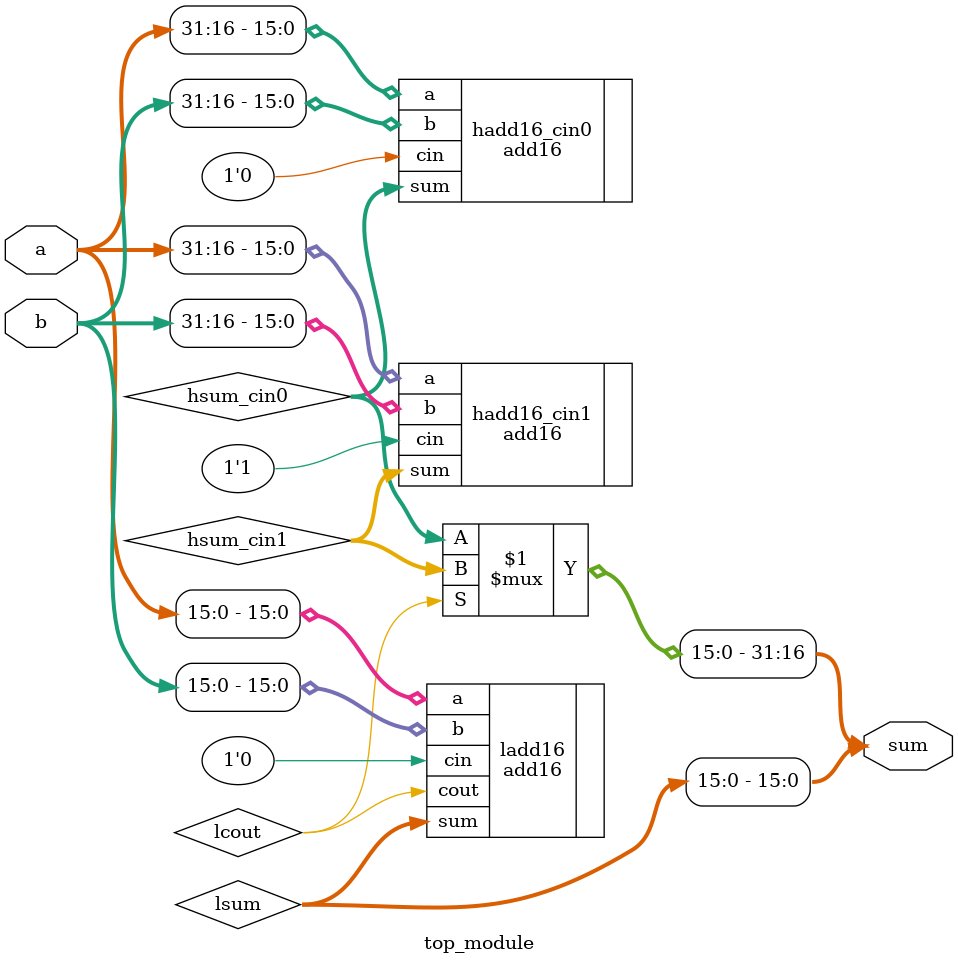
<source format=v>
module top_module(
    input [31:0] a,
    input [31:0] b,
    output [31:0] sum
);
    wire [15:0] hsum_cin0;
    wire [15:0] hsum_cin1;
    wire 		lcout;
    wire [15:0] lsum;
    
    add16 ladd16 (
        .a(a[15:0]),
        .b(b[15:0]),
        .cin(1'b0),
        .cout(lcout),
        .sum(lsum)
    );
    
    add16 hadd16_cin0 (
        .a(a[31:16]),
        .b(b[31:16]),
        .cin(1'b0),
        .sum(hsum_cin0),
    );
    
    add16 hadd16_cin1 (
        .a(a[31:16]),
        .b(b[31:16]),
        .cin(1'b1),
        .sum(hsum_cin1),
    );
    
    assign sum = {(lcout ? hsum_cin1 : hsum_cin0), lsum};    

endmodule
</source>
